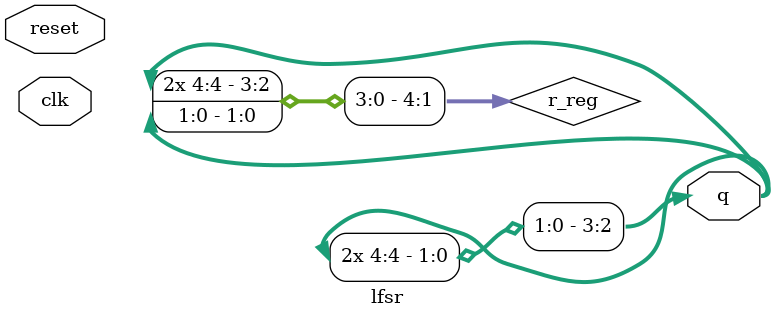
<source format=v>
module lfsr( 
    input clk,
    input reset,
    output [4:0] q
); 
reg [4:0] r_reg;
wire [4:0] r_next;
wire feedback_value;
// on reset set the value of r_reg to 1
// otherwise assign r_next to r_reg
// assign the xor of bit positions 2 and 4 of r_reg to feedback_value
// assign feedback value concatenated with 4 MSBs of r_reg to r_next
// assign r_reg to the output q
// -------------------------
// Left Shift Operators for Payload application
// -----------------

assign feedback_value = q[2] ^ q[4];
assign q[4] = q[3];
assign q[3] = r_reg[3];
assign q[2:0] = r_reg[4:1];

assign r_reg[0] = reset || r_reg[4];
assign r_reg[4:1] = q[0:3];
// ------------------

// write your code here

endmodule

</source>
